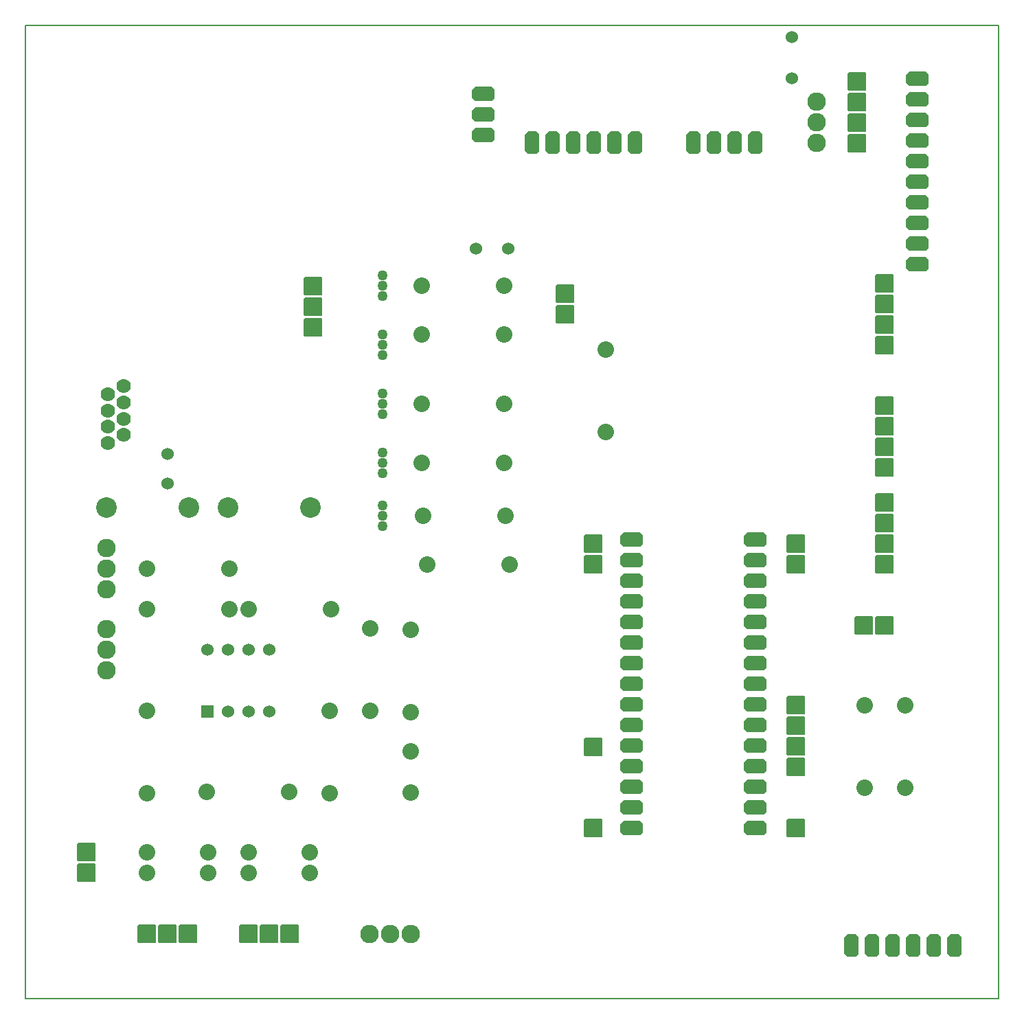
<source format=gbr>
G04 PROTEUS GERBER X2 FILE*
%TF.GenerationSoftware,Labcenter,Proteus,8.8-SP1-Build27031*%
%TF.CreationDate,2021-08-02T14:58:59+00:00*%
%TF.FileFunction,Soldermask,Bot*%
%TF.FilePolarity,Negative*%
%TF.Part,Single*%
%TF.SameCoordinates,{c3ce3005-f07b-4d42-96ea-8d11783d6a5d}*%
%FSLAX45Y45*%
%MOMM*%
G01*
%TA.AperFunction,Material*%
%ADD23C,1.524000*%
%AMPPAD016*
4,1,8,
-1.397000,-0.509800,
-1.397000,0.509800,
-1.017800,0.889000,
1.017800,0.889000,
1.397000,0.509800,
1.397000,-0.509800,
1.017800,-0.889000,
-1.017800,-0.889000,
-1.397000,-0.509800,
0*%
%TA.AperFunction,Material*%
%ADD24PPAD016*%
%AMPPAD017*
4,1,8,
-0.509800,1.397000,
0.509800,1.397000,
0.889000,1.017800,
0.889000,-1.017800,
0.509800,-1.397000,
-0.509800,-1.397000,
-0.889000,-1.017800,
-0.889000,1.017800,
-0.509800,1.397000,
0*%
%TA.AperFunction,Material*%
%ADD25PPAD017*%
%AMPPAD018*
4,1,36,
1.143000,1.016000,
1.143000,-1.016000,
1.140470,-1.041970,
1.133200,-1.065980,
1.121650,-1.087580,
1.106290,-1.106290,
1.087570,-1.121650,
1.065980,-1.133200,
1.041970,-1.140470,
1.016000,-1.143000,
-1.016000,-1.143000,
-1.041970,-1.140470,
-1.065980,-1.133200,
-1.087570,-1.121650,
-1.106290,-1.106290,
-1.121650,-1.087580,
-1.133200,-1.065980,
-1.140470,-1.041970,
-1.143000,-1.016000,
-1.143000,1.016000,
-1.140470,1.041970,
-1.133200,1.065980,
-1.121650,1.087580,
-1.106290,1.106290,
-1.087570,1.121650,
-1.065980,1.133200,
-1.041970,1.140470,
-1.016000,1.143000,
1.016000,1.143000,
1.041970,1.140470,
1.065980,1.133200,
1.087570,1.121650,
1.106290,1.106290,
1.121650,1.087580,
1.133200,1.065980,
1.140470,1.041970,
1.143000,1.016000,
0*%
%TA.AperFunction,Material*%
%ADD26PPAD018*%
%TA.AperFunction,Material*%
%ADD27C,2.286000*%
%TA.AperFunction,Material*%
%ADD28C,2.032000*%
%AMPPAD021*
4,1,36,
-0.635000,0.762000,
0.635000,0.762000,
0.660970,0.759470,
0.684980,0.752200,
0.706580,0.740650,
0.725290,0.725290,
0.740650,0.706570,
0.752200,0.684980,
0.759470,0.660970,
0.762000,0.635000,
0.762000,-0.635000,
0.759470,-0.660970,
0.752200,-0.684980,
0.740650,-0.706570,
0.725290,-0.725290,
0.706580,-0.740650,
0.684980,-0.752200,
0.660970,-0.759470,
0.635000,-0.762000,
-0.635000,-0.762000,
-0.660970,-0.759470,
-0.684980,-0.752200,
-0.706580,-0.740650,
-0.725290,-0.725290,
-0.740650,-0.706570,
-0.752200,-0.684980,
-0.759470,-0.660970,
-0.762000,-0.635000,
-0.762000,0.635000,
-0.759470,0.660970,
-0.752200,0.684980,
-0.740650,0.706570,
-0.725290,0.725290,
-0.706580,0.740650,
-0.684980,0.752200,
-0.660970,0.759470,
-0.635000,0.762000,
0*%
%TA.AperFunction,Material*%
%ADD29PPAD021*%
%AMPPAD022*
4,1,36,
1.016000,-1.143000,
-1.016000,-1.143000,
-1.041970,-1.140470,
-1.065980,-1.133200,
-1.087580,-1.121650,
-1.106290,-1.106290,
-1.121650,-1.087570,
-1.133200,-1.065980,
-1.140470,-1.041970,
-1.143000,-1.016000,
-1.143000,1.016000,
-1.140470,1.041970,
-1.133200,1.065980,
-1.121650,1.087570,
-1.106290,1.106290,
-1.087580,1.121650,
-1.065980,1.133200,
-1.041970,1.140470,
-1.016000,1.143000,
1.016000,1.143000,
1.041970,1.140470,
1.065980,1.133200,
1.087580,1.121650,
1.106290,1.106290,
1.121650,1.087570,
1.133200,1.065980,
1.140470,1.041970,
1.143000,1.016000,
1.143000,-1.016000,
1.140470,-1.041970,
1.133200,-1.065980,
1.121650,-1.087570,
1.106290,-1.106290,
1.087580,-1.121650,
1.065980,-1.133200,
1.041970,-1.140470,
1.016000,-1.143000,
0*%
%TA.AperFunction,Material*%
%ADD72PPAD022*%
%TA.AperFunction,Material*%
%ADD73C,2.540000*%
%TA.AperFunction,Material*%
%ADD30C,1.778000*%
%TA.AperFunction,Material*%
%ADD32C,1.270000*%
%TA.AperFunction,Profile*%
%ADD21C,0.203200*%
%TD.AperFunction*%
D23*
X-11000000Y+6300000D03*
X-11001181Y+6660750D03*
X-7200000Y+9200000D03*
X-6800000Y+9200000D03*
X-3300000Y+11300000D03*
X-3300000Y+11800000D03*
D24*
X-3750000Y+2050000D03*
X-3750000Y+2304000D03*
X-3750000Y+2558000D03*
X-3750000Y+2812000D03*
X-3750000Y+3066000D03*
X-3750000Y+3320000D03*
X-3750000Y+3574000D03*
X-3750000Y+3828000D03*
X-3750000Y+4082000D03*
X-3750000Y+4336000D03*
X-3750000Y+4590000D03*
X-3750000Y+4844000D03*
X-3750000Y+5098000D03*
X-3750000Y+5352000D03*
X-3750000Y+5606000D03*
X-5274000Y+5606000D03*
X-5274000Y+5352000D03*
X-5274000Y+5098000D03*
X-5274000Y+4844000D03*
X-5274000Y+4590000D03*
X-5274000Y+4336000D03*
X-5274000Y+4082000D03*
X-5274000Y+3828000D03*
X-5274000Y+3574000D03*
X-5274000Y+3320000D03*
X-5274000Y+3066000D03*
X-5274000Y+2812000D03*
X-5274000Y+2558000D03*
X-5274000Y+2304000D03*
X-5274000Y+2050000D03*
X-1750000Y+9000000D03*
X-1750000Y+9254000D03*
X-1750000Y+9508000D03*
X-1750000Y+9762000D03*
X-1750000Y+10016000D03*
X-1750000Y+10270000D03*
X-1750000Y+10524000D03*
X-1750000Y+10778000D03*
X-1750000Y+11032000D03*
X-1750000Y+11286000D03*
D25*
X-6500000Y+10500000D03*
X-6246000Y+10500000D03*
X-5992000Y+10500000D03*
X-5738000Y+10500000D03*
X-5484000Y+10500000D03*
X-5230000Y+10500000D03*
X-3750000Y+10500000D03*
X-4004000Y+10500000D03*
X-4258000Y+10500000D03*
X-4512000Y+10500000D03*
D26*
X-2500000Y+11250000D03*
X-2500000Y+10996000D03*
X-2500000Y+10742000D03*
X-2500000Y+10488000D03*
D27*
X-3000000Y+10496000D03*
X-3000000Y+11004000D03*
X-3000000Y+10750000D03*
D26*
X-2159000Y+5300000D03*
X-2159000Y+5554000D03*
X-2159000Y+5808000D03*
X-2159000Y+6062000D03*
X-2159000Y+6492000D03*
X-2159000Y+6746000D03*
X-2159000Y+7000000D03*
X-2159000Y+7254000D03*
X-2159000Y+8000000D03*
X-2159000Y+8254000D03*
X-2159000Y+8508000D03*
X-2159000Y+8762000D03*
D28*
X-2409000Y+2550000D03*
X-2409000Y+3566000D03*
X-1909000Y+2550000D03*
X-1909000Y+3566000D03*
D26*
X-3250000Y+3562000D03*
X-3250000Y+3308000D03*
X-3250000Y+3054000D03*
X-3250000Y+2800000D03*
D29*
X-10512000Y+3488000D03*
D23*
X-10258000Y+3488000D03*
X-10004000Y+3488000D03*
X-9750000Y+3488000D03*
X-9750000Y+4250000D03*
X-10004000Y+4250000D03*
X-10258000Y+4250000D03*
X-10512000Y+4250000D03*
D72*
X-10746000Y+750000D03*
X-11000000Y+750000D03*
X-11254000Y+750000D03*
X-9496000Y+750000D03*
X-9750000Y+750000D03*
X-10004000Y+750000D03*
D28*
X-10500000Y+1754000D03*
X-10500000Y+1500000D03*
X-10000000Y+1754000D03*
X-10000000Y+1500000D03*
X-11250000Y+1500000D03*
X-11250000Y+1754000D03*
D26*
X-12000000Y+1750000D03*
X-12000000Y+1496000D03*
D28*
X-9250000Y+1754000D03*
X-9250000Y+1500000D03*
D27*
X-8000000Y+750000D03*
X-8254000Y+750000D03*
X-8508000Y+750000D03*
D28*
X-10516000Y+2500000D03*
X-9500000Y+2500000D03*
X-11250000Y+3500000D03*
X-11250000Y+2484000D03*
X-9000000Y+3500000D03*
X-9000000Y+2484000D03*
X-8000000Y+3000000D03*
X-8000000Y+2492000D03*
X-8000000Y+4500000D03*
X-8000000Y+3484000D03*
X-11250000Y+4750000D03*
X-10234000Y+4750000D03*
X-8984000Y+4750000D03*
X-10000000Y+4750000D03*
X-8500000Y+3500000D03*
X-8500000Y+4516000D03*
X-11250000Y+5250000D03*
X-10234000Y+5250000D03*
D27*
X-11750000Y+3996000D03*
X-11750000Y+4504000D03*
X-11750000Y+4250000D03*
X-11750000Y+4996000D03*
X-11750000Y+5504000D03*
X-11750000Y+5250000D03*
D73*
X-9234000Y+6000000D03*
X-10250000Y+6000000D03*
X-11750000Y+6000000D03*
X-10734000Y+6000000D03*
D72*
X-2159000Y+4550000D03*
X-2413000Y+4550000D03*
X-5750000Y+2050000D03*
X-5750000Y+3050000D03*
D26*
X-5750000Y+5300000D03*
X-5750000Y+5554000D03*
X-3250000Y+2050000D03*
X-3250000Y+5554000D03*
X-3250000Y+5300000D03*
D30*
X-11738500Y+6800000D03*
X-11538500Y+6900000D03*
X-11538500Y+7100000D03*
X-11538500Y+7300000D03*
X-11538500Y+7500000D03*
X-11738500Y+7000000D03*
X-11738500Y+7200000D03*
X-11738500Y+7400000D03*
D28*
X-6834000Y+5900000D03*
X-7850000Y+5900000D03*
X-6850000Y+6555000D03*
X-7866000Y+6555000D03*
X-6846000Y+7282000D03*
X-7862000Y+7282000D03*
X-6846000Y+8136000D03*
X-7862000Y+8136000D03*
X-6846000Y+8736000D03*
X-7862000Y+8736000D03*
D32*
X-8350000Y+6027000D03*
X-8350000Y+5900000D03*
X-8350000Y+5773000D03*
X-8350000Y+6682000D03*
X-8350000Y+6555000D03*
X-8350000Y+6428000D03*
X-8346000Y+7409000D03*
X-8346000Y+7282000D03*
X-8346000Y+7155000D03*
X-8346000Y+8136000D03*
X-8346000Y+8009000D03*
X-8346000Y+7882000D03*
X-8346000Y+8863000D03*
X-8346000Y+8736000D03*
X-8346000Y+8609000D03*
D26*
X-6096000Y+8636000D03*
X-6096000Y+8382000D03*
D28*
X-5600000Y+7955000D03*
X-5600000Y+6939000D03*
D26*
X-9200000Y+8219000D03*
X-9200000Y+8473000D03*
X-9200000Y+8727000D03*
D28*
X-7800000Y+5300000D03*
X-6784000Y+5300000D03*
D24*
X-7100000Y+11100000D03*
X-7100000Y+10846000D03*
X-7100000Y+10592000D03*
D25*
X-1300000Y+600000D03*
X-1554000Y+600000D03*
X-1808000Y+600000D03*
X-2062000Y+600000D03*
X-2316000Y+600000D03*
X-2570000Y+600000D03*
D21*
X-12754000Y-52000D02*
X-754000Y-52000D01*
X-754000Y+11948000D01*
X-12754000Y+11948000D01*
X-12754000Y-52000D01*
M02*

</source>
